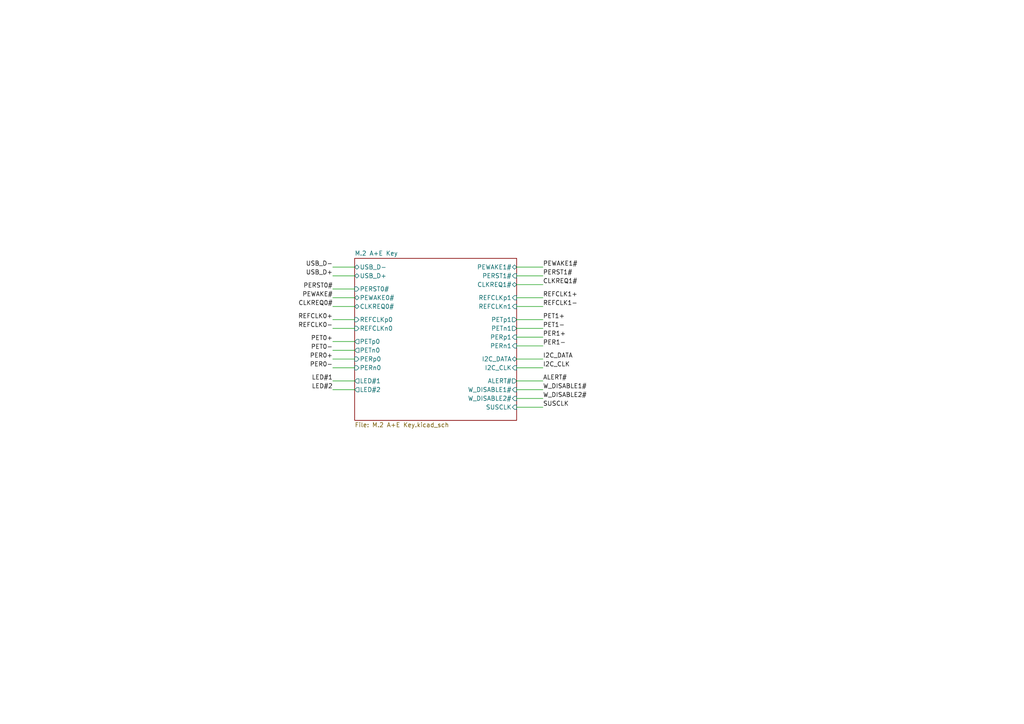
<source format=kicad_sch>
(kicad_sch
	(version 20250114)
	(generator "eeschema")
	(generator_version "9.0")
	(uuid "bb68d1fd-bb26-4cf2-8d10-670aee65edd6")
	(paper "A4")
	(lib_symbols)
	(wire
		(pts
			(xy 149.86 100.33) (xy 157.48 100.33)
		)
		(stroke
			(width 0)
			(type default)
		)
		(uuid "0291c880-fa9e-42c2-ba3f-063d1427f8f1")
	)
	(wire
		(pts
			(xy 149.86 104.14) (xy 157.48 104.14)
		)
		(stroke
			(width 0)
			(type default)
		)
		(uuid "07bc3a3e-5a91-4047-abe7-8fea6befa15b")
	)
	(wire
		(pts
			(xy 96.52 106.68) (xy 102.87 106.68)
		)
		(stroke
			(width 0)
			(type default)
		)
		(uuid "09342db1-762e-41ec-a13f-c649c56898e0")
	)
	(wire
		(pts
			(xy 96.52 83.82) (xy 102.87 83.82)
		)
		(stroke
			(width 0)
			(type default)
		)
		(uuid "11b1d534-56c7-40ea-b146-4e3b9ec0d584")
	)
	(wire
		(pts
			(xy 149.86 106.68) (xy 157.48 106.68)
		)
		(stroke
			(width 0)
			(type default)
		)
		(uuid "2137642c-c8fb-482f-85f0-9b0b7565f2fc")
	)
	(wire
		(pts
			(xy 149.86 86.36) (xy 157.48 86.36)
		)
		(stroke
			(width 0)
			(type default)
		)
		(uuid "34c47682-0adb-44f7-b1d6-2e0fefe965d4")
	)
	(wire
		(pts
			(xy 96.52 110.49) (xy 102.87 110.49)
		)
		(stroke
			(width 0)
			(type default)
		)
		(uuid "34d5598e-67e1-42e3-a7ba-6b145bc19bc5")
	)
	(wire
		(pts
			(xy 149.86 118.11) (xy 157.48 118.11)
		)
		(stroke
			(width 0)
			(type default)
		)
		(uuid "4ced1cc9-fcfd-441f-95bc-e00eacecfc58")
	)
	(wire
		(pts
			(xy 149.86 77.47) (xy 157.48 77.47)
		)
		(stroke
			(width 0)
			(type default)
		)
		(uuid "77c08f9b-00f2-454e-af15-44f4dadbae2a")
	)
	(wire
		(pts
			(xy 96.52 101.6) (xy 102.87 101.6)
		)
		(stroke
			(width 0)
			(type default)
		)
		(uuid "7e1c9d31-9685-4034-81de-18043e11b429")
	)
	(wire
		(pts
			(xy 96.52 113.03) (xy 102.87 113.03)
		)
		(stroke
			(width 0)
			(type default)
		)
		(uuid "802ae730-7937-4626-954e-bf85cf3697bc")
	)
	(wire
		(pts
			(xy 96.52 104.14) (xy 102.87 104.14)
		)
		(stroke
			(width 0)
			(type default)
		)
		(uuid "83520b8a-e79d-4a88-b55d-f94168eeb186")
	)
	(wire
		(pts
			(xy 149.86 82.55) (xy 157.48 82.55)
		)
		(stroke
			(width 0)
			(type default)
		)
		(uuid "9aceba3f-65a2-48eb-91a3-afb144610f24")
	)
	(wire
		(pts
			(xy 96.52 95.25) (xy 102.87 95.25)
		)
		(stroke
			(width 0)
			(type default)
		)
		(uuid "a0585df0-7bcd-4bcd-a1ab-a90458c35b29")
	)
	(wire
		(pts
			(xy 96.52 88.9) (xy 102.87 88.9)
		)
		(stroke
			(width 0)
			(type default)
		)
		(uuid "a2d3fe1c-0a5f-4a5f-969b-8ce7e1b80686")
	)
	(wire
		(pts
			(xy 96.52 92.71) (xy 102.87 92.71)
		)
		(stroke
			(width 0)
			(type default)
		)
		(uuid "a6bb89b3-e21b-48c5-b2f5-d117b4b2e39b")
	)
	(wire
		(pts
			(xy 149.86 113.03) (xy 157.48 113.03)
		)
		(stroke
			(width 0)
			(type default)
		)
		(uuid "a86c41cb-487b-4dbf-9790-42209d4f3be0")
	)
	(wire
		(pts
			(xy 96.52 80.01) (xy 102.87 80.01)
		)
		(stroke
			(width 0)
			(type default)
		)
		(uuid "ab8fd9e5-ecf0-439d-a1a7-05bf8ebfeac6")
	)
	(wire
		(pts
			(xy 149.86 92.71) (xy 157.48 92.71)
		)
		(stroke
			(width 0)
			(type default)
		)
		(uuid "adb2abdc-6a9c-4edb-b478-ab622dd14687")
	)
	(wire
		(pts
			(xy 149.86 115.57) (xy 157.48 115.57)
		)
		(stroke
			(width 0)
			(type default)
		)
		(uuid "b1954851-c1b7-4956-8326-f99c6d82ebe8")
	)
	(wire
		(pts
			(xy 149.86 95.25) (xy 157.48 95.25)
		)
		(stroke
			(width 0)
			(type default)
		)
		(uuid "bfe3ec15-0ea4-4d05-a1f4-abb916cecb69")
	)
	(wire
		(pts
			(xy 149.86 97.79) (xy 157.48 97.79)
		)
		(stroke
			(width 0)
			(type default)
		)
		(uuid "c2b3b230-170f-4d0b-86d7-cbe1b1f1390e")
	)
	(wire
		(pts
			(xy 149.86 110.49) (xy 157.48 110.49)
		)
		(stroke
			(width 0)
			(type default)
		)
		(uuid "c3dd4d19-384c-49be-ac3b-bbca19d94879")
	)
	(wire
		(pts
			(xy 149.86 80.01) (xy 157.48 80.01)
		)
		(stroke
			(width 0)
			(type default)
		)
		(uuid "cc9b9784-3ad3-4ab9-8ba7-9ee4a3396c50")
	)
	(wire
		(pts
			(xy 149.86 88.9) (xy 157.48 88.9)
		)
		(stroke
			(width 0)
			(type default)
		)
		(uuid "e0a7b487-9632-4d2e-af73-e7125f294280")
	)
	(wire
		(pts
			(xy 96.52 77.47) (xy 102.87 77.47)
		)
		(stroke
			(width 0)
			(type default)
		)
		(uuid "ee2c1a94-65e2-4252-a87d-d615b24db99e")
	)
	(wire
		(pts
			(xy 96.52 86.36) (xy 102.87 86.36)
		)
		(stroke
			(width 0)
			(type default)
		)
		(uuid "f0374902-9079-43c9-a213-f0baa7842c88")
	)
	(wire
		(pts
			(xy 96.52 99.06) (xy 102.87 99.06)
		)
		(stroke
			(width 0)
			(type default)
		)
		(uuid "fb8d02e5-a421-444e-900d-87de2d00c877")
	)
	(label "USB_D+"
		(at 96.52 80.01 180)
		(effects
			(font
				(size 1.27 1.27)
			)
			(justify right bottom)
		)
		(uuid "04254f21-dd6d-442a-8eb8-01d06220acbb")
	)
	(label "PER0-"
		(at 96.52 106.68 180)
		(effects
			(font
				(size 1.27 1.27)
			)
			(justify right bottom)
		)
		(uuid "0bfec9d0-abb1-4bce-a515-354a5a96142f")
	)
	(label "LED#2"
		(at 96.52 113.03 180)
		(effects
			(font
				(size 1.27 1.27)
			)
			(justify right bottom)
		)
		(uuid "1493ebe1-2fd2-446d-9df9-9e77fe61c1f1")
	)
	(label "W_DISABLE2#"
		(at 157.48 115.57 0)
		(effects
			(font
				(size 1.27 1.27)
			)
			(justify left bottom)
		)
		(uuid "29c47f8b-4f96-49ea-a10f-637e1e002eed")
	)
	(label "REFCLK0+"
		(at 96.52 92.71 180)
		(effects
			(font
				(size 1.27 1.27)
			)
			(justify right bottom)
		)
		(uuid "2afc04af-e242-4e83-ae1c-901d32210b47")
	)
	(label "PER0+"
		(at 96.52 104.14 180)
		(effects
			(font
				(size 1.27 1.27)
			)
			(justify right bottom)
		)
		(uuid "3e0b1188-519b-4e27-8a85-4423b4d4d038")
	)
	(label "PERST0#"
		(at 96.52 83.82 180)
		(effects
			(font
				(size 1.27 1.27)
			)
			(justify right bottom)
		)
		(uuid "4772e1be-3f50-427c-8d70-c4a051548649")
	)
	(label "SUSCLK"
		(at 157.48 118.11 0)
		(effects
			(font
				(size 1.27 1.27)
			)
			(justify left bottom)
		)
		(uuid "4d3b5a6d-64fc-4914-af33-681cf2900b37")
	)
	(label "I2C_CLK"
		(at 157.48 106.68 0)
		(effects
			(font
				(size 1.27 1.27)
			)
			(justify left bottom)
		)
		(uuid "4d3e70c5-a019-4ce5-9a30-61416d1115f4")
	)
	(label "LED#1"
		(at 96.52 110.49 180)
		(effects
			(font
				(size 1.27 1.27)
			)
			(justify right bottom)
		)
		(uuid "58d2657e-9179-47d6-8d47-9d29af8997fd")
	)
	(label "PER1-"
		(at 157.48 100.33 0)
		(effects
			(font
				(size 1.27 1.27)
			)
			(justify left bottom)
		)
		(uuid "5c7936c0-886a-4f3a-92ad-68e319bca055")
	)
	(label "W_DISABLE1#"
		(at 157.48 113.03 0)
		(effects
			(font
				(size 1.27 1.27)
			)
			(justify left bottom)
		)
		(uuid "7f1b91c4-34f0-407c-91dd-922ef7161cc9")
	)
	(label "REFCLK1-"
		(at 157.48 88.9 0)
		(effects
			(font
				(size 1.27 1.27)
			)
			(justify left bottom)
		)
		(uuid "9bac3dac-f574-4918-872b-f5a294a1c32e")
	)
	(label "REFCLK0-"
		(at 96.52 95.25 180)
		(effects
			(font
				(size 1.27 1.27)
			)
			(justify right bottom)
		)
		(uuid "9c16fa8f-c83c-4d21-870c-1c417765ed06")
	)
	(label "CLKREQ0#"
		(at 96.52 88.9 180)
		(effects
			(font
				(size 1.27 1.27)
			)
			(justify right bottom)
		)
		(uuid "9c8bfc88-ffd1-416b-8060-abd536c46704")
	)
	(label "CLKREQ1#"
		(at 157.48 82.55 0)
		(effects
			(font
				(size 1.27 1.27)
			)
			(justify left bottom)
		)
		(uuid "a12209cc-1d21-4b0b-b645-e3f1772e59a1")
	)
	(label "PEWAKE1#"
		(at 157.48 77.47 0)
		(effects
			(font
				(size 1.27 1.27)
			)
			(justify left bottom)
		)
		(uuid "b884c532-72ec-4c78-b799-5512e55ee159")
	)
	(label "PERST1#"
		(at 157.48 80.01 0)
		(effects
			(font
				(size 1.27 1.27)
			)
			(justify left bottom)
		)
		(uuid "be09c5c1-f7d3-47d3-81e8-484f5d561ffe")
	)
	(label "PET0-"
		(at 96.52 101.6 180)
		(effects
			(font
				(size 1.27 1.27)
			)
			(justify right bottom)
		)
		(uuid "c7ee3375-7fb5-4704-9671-5f564dd048f0")
	)
	(label "ALERT#"
		(at 157.48 110.49 0)
		(effects
			(font
				(size 1.27 1.27)
			)
			(justify left bottom)
		)
		(uuid "d7bf575e-6762-450d-bf7f-858e912f7206")
	)
	(label "PEWAKE#"
		(at 96.52 86.36 180)
		(effects
			(font
				(size 1.27 1.27)
			)
			(justify right bottom)
		)
		(uuid "df56803b-2cd9-4d85-8f3c-3a9721cfe115")
	)
	(label "USB_D-"
		(at 96.52 77.47 180)
		(effects
			(font
				(size 1.27 1.27)
			)
			(justify right bottom)
		)
		(uuid "df8d7dd9-8076-40d6-a632-0ef0b54ebca4")
	)
	(label "REFCLK1+"
		(at 157.48 86.36 0)
		(effects
			(font
				(size 1.27 1.27)
			)
			(justify left bottom)
		)
		(uuid "e759b537-3351-459b-ba17-29bdf8d551a9")
	)
	(label "PET0+"
		(at 96.52 99.06 180)
		(effects
			(font
				(size 1.27 1.27)
			)
			(justify right bottom)
		)
		(uuid "ed9bf85c-10a2-41fa-bbd7-c8bca7b599de")
	)
	(label "PER1+"
		(at 157.48 97.79 0)
		(effects
			(font
				(size 1.27 1.27)
			)
			(justify left bottom)
		)
		(uuid "eed89e54-3a98-45d1-982b-1f11ca603bf3")
	)
	(label "I2C_DATA"
		(at 157.48 104.14 0)
		(effects
			(font
				(size 1.27 1.27)
			)
			(justify left bottom)
		)
		(uuid "f9ab7ac1-ba2d-4ec8-81c1-c7b859a585ab")
	)
	(label "PET1-"
		(at 157.48 95.25 0)
		(effects
			(font
				(size 1.27 1.27)
			)
			(justify left bottom)
		)
		(uuid "faf44d78-6a8d-422f-9cbd-364920f2e361")
	)
	(label "PET1+"
		(at 157.48 92.71 0)
		(effects
			(font
				(size 1.27 1.27)
			)
			(justify left bottom)
		)
		(uuid "fd19ed75-196b-4eba-8506-e17b344ffdc5")
	)
	(sheet
		(at 102.87 74.93)
		(size 46.99 46.99)
		(exclude_from_sim no)
		(in_bom yes)
		(on_board yes)
		(dnp no)
		(fields_autoplaced yes)
		(stroke
			(width 0.1524)
			(type solid)
		)
		(fill
			(color 0 0 0 0.0000)
		)
		(uuid "029b4cca-23d7-4857-aa4c-5c49ecc96a8e")
		(property "Sheetname" "M.2 A+E Key"
			(at 102.87 74.2184 0)
			(effects
				(font
					(size 1.27 1.27)
				)
				(justify left bottom)
			)
		)
		(property "Sheetfile" "M.2 A+E Key.kicad_sch"
			(at 102.87 122.5046 0)
			(effects
				(font
					(size 1.27 1.27)
				)
				(justify left top)
			)
		)
		(pin "USB_D+" bidirectional
			(at 102.87 80.01 180)
			(uuid "8852cdb2-5166-412c-910e-3f2363e8899a")
			(effects
				(font
					(size 1.27 1.27)
				)
				(justify left)
			)
		)
		(pin "USB_D-" bidirectional
			(at 102.87 77.47 180)
			(uuid "2c749711-755f-4aac-a100-193f03b13578")
			(effects
				(font
					(size 1.27 1.27)
				)
				(justify left)
			)
		)
		(pin "CLKREQ0#" bidirectional
			(at 102.87 88.9 180)
			(uuid "4f830d00-4bea-4f95-b095-94686dcb6887")
			(effects
				(font
					(size 1.27 1.27)
				)
				(justify left)
			)
		)
		(pin "PEWAKE0#" bidirectional
			(at 102.87 86.36 180)
			(uuid "b3679fd3-3dc0-45e9-b51b-3b2bfa85f4a1")
			(effects
				(font
					(size 1.27 1.27)
				)
				(justify left)
			)
		)
		(pin "PERST0#" input
			(at 102.87 83.82 180)
			(uuid "73542489-6c07-4d46-afe3-c5a15b464c34")
			(effects
				(font
					(size 1.27 1.27)
				)
				(justify left)
			)
		)
		(pin "REFCLKn0" input
			(at 102.87 95.25 180)
			(uuid "39b505a2-0c9a-457c-83c8-09dd6e7db5e9")
			(effects
				(font
					(size 1.27 1.27)
				)
				(justify left)
			)
		)
		(pin "REFCLKp0" input
			(at 102.87 92.71 180)
			(uuid "376f44bb-9eb2-456b-80ca-fccc1cdf1bf0")
			(effects
				(font
					(size 1.27 1.27)
				)
				(justify left)
			)
		)
		(pin "PETp0" output
			(at 102.87 99.06 180)
			(uuid "56ddd1de-1413-4e40-847a-e38faba0ec63")
			(effects
				(font
					(size 1.27 1.27)
				)
				(justify left)
			)
		)
		(pin "PETn0" output
			(at 102.87 101.6 180)
			(uuid "ff052a6e-45c8-4cb6-aa88-c833f79ca438")
			(effects
				(font
					(size 1.27 1.27)
				)
				(justify left)
			)
		)
		(pin "PERp0" input
			(at 102.87 104.14 180)
			(uuid "b9131537-55b1-47b7-a32a-fac519f6ffea")
			(effects
				(font
					(size 1.27 1.27)
				)
				(justify left)
			)
		)
		(pin "PERn0" input
			(at 102.87 106.68 180)
			(uuid "b3bdeb18-7c64-4d82-8975-480e778334a6")
			(effects
				(font
					(size 1.27 1.27)
				)
				(justify left)
			)
		)
		(pin "PEWAKE1#" bidirectional
			(at 149.86 77.47 0)
			(uuid "b8af72ad-feff-4cda-8b6e-e5114f47e79e")
			(effects
				(font
					(size 1.27 1.27)
				)
				(justify right)
			)
		)
		(pin "PERST1#" input
			(at 149.86 80.01 0)
			(uuid "1adf81bd-ba8c-427e-9261-0a94b0bc55a6")
			(effects
				(font
					(size 1.27 1.27)
				)
				(justify right)
			)
		)
		(pin "CLKREQ1#" bidirectional
			(at 149.86 82.55 0)
			(uuid "95eb6ba4-6aef-4b58-a78c-6826a76189f1")
			(effects
				(font
					(size 1.27 1.27)
				)
				(justify right)
			)
		)
		(pin "REFCLKn1" input
			(at 149.86 88.9 0)
			(uuid "e644dd07-3e09-49b6-b71a-bdcaca9026ab")
			(effects
				(font
					(size 1.27 1.27)
				)
				(justify right)
			)
		)
		(pin "REFCLKp1" input
			(at 149.86 86.36 0)
			(uuid "f45107e3-e011-4114-a151-309207218531")
			(effects
				(font
					(size 1.27 1.27)
				)
				(justify right)
			)
		)
		(pin "PETp1" output
			(at 149.86 92.71 0)
			(uuid "ea6e72e6-4246-46a9-bcf0-66474c65aacd")
			(effects
				(font
					(size 1.27 1.27)
				)
				(justify right)
			)
		)
		(pin "PETn1" output
			(at 149.86 95.25 0)
			(uuid "bd411c3b-b3f2-411c-998f-c8d9cf2c941d")
			(effects
				(font
					(size 1.27 1.27)
				)
				(justify right)
			)
		)
		(pin "PERp1" input
			(at 149.86 97.79 0)
			(uuid "535cbfe3-1e2f-42a7-9228-44569953e078")
			(effects
				(font
					(size 1.27 1.27)
				)
				(justify right)
			)
		)
		(pin "PERn1" input
			(at 149.86 100.33 0)
			(uuid "c5f498c4-971f-4fef-b1e6-d9e77ce7e22b")
			(effects
				(font
					(size 1.27 1.27)
				)
				(justify right)
			)
		)
		(pin "I2C_CLK" input
			(at 149.86 106.68 0)
			(uuid "c065f0ee-6b75-4d3c-98cc-68db819c24b1")
			(effects
				(font
					(size 1.27 1.27)
				)
				(justify right)
			)
		)
		(pin "I2C_DATA" bidirectional
			(at 149.86 104.14 0)
			(uuid "a89aebc2-4182-4b7d-b8bf-e37d98515346")
			(effects
				(font
					(size 1.27 1.27)
				)
				(justify right)
			)
		)
		(pin "W_DISABLE1#" input
			(at 149.86 113.03 0)
			(uuid "ce62b127-9c6b-4475-9e2b-9b9d3c164599")
			(effects
				(font
					(size 1.27 1.27)
				)
				(justify right)
			)
		)
		(pin "SUSCLK" input
			(at 149.86 118.11 0)
			(uuid "ce17b641-94ee-4076-9d2a-d4cc797205e0")
			(effects
				(font
					(size 1.27 1.27)
				)
				(justify right)
			)
		)
		(pin "W_DISABLE2#" input
			(at 149.86 115.57 0)
			(uuid "96e7fbb3-7981-4674-913b-e9664bf3e46a")
			(effects
				(font
					(size 1.27 1.27)
				)
				(justify right)
			)
		)
		(pin "ALERT#" output
			(at 149.86 110.49 0)
			(uuid "35f739dd-7a1f-45a1-b0c6-1511432f2f3f")
			(effects
				(font
					(size 1.27 1.27)
				)
				(justify right)
			)
		)
		(pin "LED#2" output
			(at 102.87 113.03 180)
			(uuid "93b9b095-4b09-4871-9413-904fadb21e48")
			(effects
				(font
					(size 1.27 1.27)
				)
				(justify left)
			)
		)
		(pin "LED#1" output
			(at 102.87 110.49 180)
			(uuid "67023b66-75da-47d6-9889-29d77aae320c")
			(effects
				(font
					(size 1.27 1.27)
				)
				(justify left)
			)
		)
		(instances
			(project "M.2 A+E Key 2242"
				(path "/bb68d1fd-bb26-4cf2-8d10-670aee65edd6"
					(page "2")
				)
			)
		)
	)
	(sheet_instances
		(path "/"
			(page "1")
		)
	)
	(embedded_fonts no)
)

</source>
